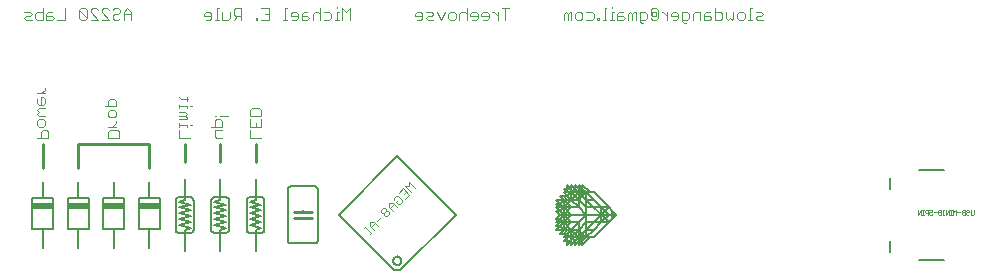
<source format=gbo>
G75*
G70*
%OFA0B0*%
%FSLAX24Y24*%
%IPPOS*%
%LPD*%
%AMOC8*
5,1,8,0,0,1.08239X$1,22.5*
%
%ADD10C,0.0100*%
%ADD11C,0.0030*%
%ADD12C,0.0080*%
%ADD13C,0.0010*%
%ADD14C,0.0060*%
%ADD15C,0.0050*%
%ADD16R,0.0700X0.0200*%
D10*
X016335Y009843D02*
X016635Y009843D01*
X016935Y009843D01*
X016935Y010043D02*
X016635Y010043D01*
X016335Y010043D01*
X015061Y011714D02*
X015061Y012305D01*
X013880Y012305D02*
X013880Y011714D01*
X012698Y011714D02*
X012698Y012305D01*
X011517Y012305D02*
X011517Y011517D01*
X011517Y012305D02*
X009155Y012305D01*
X009155Y011517D01*
X007974Y011517D02*
X007974Y012305D01*
D11*
X007912Y012517D02*
X007912Y012702D01*
X007974Y012763D01*
X008098Y012763D01*
X008159Y012702D01*
X008159Y012517D01*
X007789Y012517D01*
X007851Y012885D02*
X007789Y012947D01*
X007789Y013070D01*
X007851Y013132D01*
X007974Y013132D01*
X008036Y013070D01*
X008036Y012947D01*
X007974Y012885D01*
X007851Y012885D01*
X007851Y013253D02*
X007789Y013315D01*
X007851Y013377D01*
X007789Y013438D01*
X007851Y013500D01*
X008036Y013500D01*
X007974Y013622D02*
X008036Y013683D01*
X008036Y013807D01*
X007974Y013868D01*
X007912Y013868D01*
X007912Y013622D01*
X007851Y013622D02*
X007974Y013622D01*
X007851Y013622D02*
X007789Y013683D01*
X007789Y013807D01*
X007789Y013990D02*
X008036Y013990D01*
X008036Y014113D02*
X008036Y014175D01*
X008036Y014113D02*
X007912Y013990D01*
X007851Y013253D02*
X008036Y013253D01*
X010028Y013560D02*
X010398Y013560D01*
X010398Y013745D01*
X010336Y013807D01*
X010213Y013807D01*
X010151Y013745D01*
X010151Y013560D01*
X010213Y013439D02*
X010336Y013439D01*
X010398Y013377D01*
X010398Y013254D01*
X010336Y013192D01*
X010213Y013192D01*
X010151Y013254D01*
X010151Y013377D01*
X010213Y013439D01*
X010398Y013070D02*
X010398Y013008D01*
X010275Y012885D01*
X010398Y012885D02*
X010151Y012885D01*
X010213Y012763D02*
X010460Y012763D01*
X010522Y012702D01*
X010522Y012517D01*
X010151Y012517D01*
X010151Y012702D01*
X010213Y012763D01*
X012513Y012763D02*
X012513Y012517D01*
X012884Y012517D01*
X012760Y012885D02*
X012760Y012947D01*
X012513Y012947D01*
X012513Y013008D02*
X012513Y012885D01*
X012513Y013130D02*
X012760Y013130D01*
X012760Y013192D01*
X012699Y013254D01*
X012760Y013316D01*
X012699Y013377D01*
X012513Y013377D01*
X012513Y013499D02*
X012513Y013622D01*
X012513Y013560D02*
X012760Y013560D01*
X012760Y013499D01*
X012884Y013560D02*
X012945Y013560D01*
X012760Y013744D02*
X012760Y013868D01*
X012822Y013806D02*
X012575Y013806D01*
X012513Y013868D01*
X012513Y013254D02*
X012699Y013254D01*
X012884Y012947D02*
X012945Y012947D01*
X013571Y012885D02*
X013941Y012885D01*
X013941Y013070D01*
X013880Y013132D01*
X013756Y013132D01*
X013695Y013070D01*
X013695Y012885D01*
X013695Y012763D02*
X013941Y012763D01*
X013941Y012517D02*
X013756Y012517D01*
X013695Y012578D01*
X013695Y012763D01*
X013695Y013253D02*
X013756Y013253D01*
X013880Y013253D02*
X014127Y013253D01*
X014876Y013253D02*
X014876Y013438D01*
X014937Y013500D01*
X015184Y013500D01*
X015246Y013438D01*
X015246Y013253D01*
X014876Y013253D01*
X014876Y013132D02*
X014876Y012885D01*
X015246Y012885D01*
X015246Y013132D01*
X015061Y013008D02*
X015061Y012885D01*
X014876Y012763D02*
X014876Y012517D01*
X015246Y012517D01*
X019494Y010337D02*
X019494Y010201D01*
X019631Y010064D01*
X019525Y010026D02*
X019491Y010061D01*
X019422Y010061D01*
X019354Y009992D01*
X019354Y009924D01*
X019388Y009890D01*
X019456Y009890D01*
X019525Y009958D01*
X019525Y010026D01*
X019422Y010061D02*
X019422Y010129D01*
X019388Y010163D01*
X019320Y010163D01*
X019251Y010095D01*
X019251Y010026D01*
X019285Y009992D01*
X019354Y009992D01*
X019248Y009887D02*
X019111Y009750D01*
X019040Y009678D02*
X018903Y009541D01*
X018869Y009576D02*
X019006Y009439D01*
X018934Y009367D02*
X018866Y009299D01*
X018900Y009333D02*
X018695Y009538D01*
X018729Y009572D02*
X018660Y009504D01*
X018869Y009576D02*
X018869Y009712D01*
X019006Y009712D01*
X019142Y009576D01*
X019528Y010166D02*
X019665Y010303D01*
X019631Y010337D02*
X019494Y010337D01*
X019631Y010337D02*
X019767Y010201D01*
X019805Y010306D02*
X019736Y010375D01*
X019805Y010443D01*
X019942Y010443D02*
X019942Y010375D01*
X019873Y010306D01*
X019805Y010306D01*
X019942Y010443D02*
X019805Y010580D01*
X019736Y010580D01*
X019668Y010512D01*
X019668Y010443D01*
X020047Y010481D02*
X020184Y010617D01*
X019979Y010823D01*
X019842Y010686D01*
X020013Y010652D02*
X020081Y010720D01*
X020050Y010894D02*
X020256Y010689D01*
X020392Y010826D02*
X020187Y011031D01*
X020187Y010894D01*
X020050Y010894D01*
X020440Y016454D02*
X020563Y016454D01*
X020625Y016515D01*
X020625Y016639D01*
X020563Y016700D01*
X020440Y016700D01*
X020378Y016639D01*
X020378Y016577D01*
X020625Y016577D01*
X020747Y016515D02*
X020808Y016577D01*
X020932Y016577D01*
X020993Y016639D01*
X020932Y016700D01*
X020747Y016700D01*
X020747Y016515D02*
X020808Y016454D01*
X020993Y016454D01*
X021238Y016454D02*
X021115Y016700D01*
X021362Y016700D02*
X021238Y016454D01*
X021483Y016515D02*
X021545Y016454D01*
X021668Y016454D01*
X021730Y016515D01*
X021730Y016639D01*
X021668Y016700D01*
X021545Y016700D01*
X021483Y016639D01*
X021483Y016515D01*
X021851Y016454D02*
X021851Y016639D01*
X021913Y016700D01*
X022037Y016700D01*
X022098Y016639D01*
X022220Y016639D02*
X022220Y016577D01*
X022467Y016577D01*
X022467Y016515D02*
X022467Y016639D01*
X022405Y016700D01*
X022281Y016700D01*
X022220Y016639D01*
X022281Y016454D02*
X022405Y016454D01*
X022467Y016515D01*
X022588Y016577D02*
X022835Y016577D01*
X022835Y016515D02*
X022835Y016639D01*
X022773Y016700D01*
X022650Y016700D01*
X022588Y016639D01*
X022588Y016577D01*
X022650Y016454D02*
X022773Y016454D01*
X022835Y016515D01*
X022957Y016700D02*
X023018Y016700D01*
X023142Y016577D01*
X023142Y016454D02*
X023142Y016700D01*
X023263Y016824D02*
X023510Y016824D01*
X023387Y016824D02*
X023387Y016454D01*
X022098Y016454D02*
X022098Y016824D01*
X025344Y016639D02*
X025344Y016454D01*
X025467Y016454D02*
X025467Y016639D01*
X025405Y016700D01*
X025344Y016639D01*
X025467Y016639D02*
X025529Y016700D01*
X025591Y016700D01*
X025591Y016454D01*
X025712Y016515D02*
X025774Y016454D01*
X025897Y016454D01*
X025959Y016515D01*
X025959Y016639D01*
X025897Y016700D01*
X025774Y016700D01*
X025712Y016639D01*
X025712Y016515D01*
X026080Y016454D02*
X026266Y016454D01*
X026327Y016515D01*
X026327Y016639D01*
X026266Y016700D01*
X026080Y016700D01*
X026450Y016515D02*
X026450Y016454D01*
X026511Y016454D01*
X026511Y016515D01*
X026450Y016515D01*
X026634Y016454D02*
X026757Y016454D01*
X026695Y016454D02*
X026695Y016824D01*
X026757Y016824D01*
X026941Y016824D02*
X026941Y016886D01*
X026941Y016700D02*
X026941Y016454D01*
X027003Y016454D02*
X026879Y016454D01*
X027124Y016454D02*
X027309Y016454D01*
X027371Y016515D01*
X027309Y016577D01*
X027124Y016577D01*
X027124Y016639D02*
X027124Y016454D01*
X027124Y016639D02*
X027186Y016700D01*
X027309Y016700D01*
X027492Y016639D02*
X027554Y016700D01*
X027616Y016639D01*
X027616Y016454D01*
X027739Y016454D02*
X027739Y016700D01*
X027677Y016700D01*
X027616Y016639D01*
X027492Y016639D02*
X027492Y016454D01*
X027861Y016454D02*
X028046Y016454D01*
X028107Y016515D01*
X028107Y016639D01*
X028046Y016700D01*
X027861Y016700D01*
X027861Y016392D01*
X027922Y016330D01*
X027984Y016330D01*
X028229Y016515D02*
X028291Y016454D01*
X028414Y016454D01*
X028476Y016515D01*
X028476Y016762D01*
X028414Y016824D01*
X028291Y016824D01*
X028229Y016762D01*
X028229Y016639D01*
X028291Y016577D01*
X028291Y016700D01*
X028414Y016700D01*
X028414Y016577D01*
X028291Y016577D01*
X028598Y016700D02*
X028659Y016700D01*
X028783Y016577D01*
X028904Y016577D02*
X029151Y016577D01*
X029151Y016515D02*
X029151Y016639D01*
X029089Y016700D01*
X028966Y016700D01*
X028904Y016639D01*
X028904Y016577D01*
X028966Y016454D02*
X029089Y016454D01*
X029151Y016515D01*
X029272Y016454D02*
X029458Y016454D01*
X029519Y016515D01*
X029519Y016639D01*
X029458Y016700D01*
X029272Y016700D01*
X029272Y016392D01*
X029334Y016330D01*
X029396Y016330D01*
X029641Y016454D02*
X029641Y016639D01*
X029702Y016700D01*
X029888Y016700D01*
X029888Y016454D01*
X030009Y016454D02*
X030009Y016639D01*
X030071Y016700D01*
X030194Y016700D01*
X030194Y016577D02*
X030009Y016577D01*
X030009Y016454D02*
X030194Y016454D01*
X030256Y016515D01*
X030194Y016577D01*
X030377Y016454D02*
X030563Y016454D01*
X030624Y016515D01*
X030624Y016639D01*
X030563Y016700D01*
X030377Y016700D01*
X030377Y016824D02*
X030377Y016454D01*
X030746Y016515D02*
X030746Y016700D01*
X030746Y016515D02*
X030807Y016454D01*
X030869Y016515D01*
X030931Y016454D01*
X030993Y016515D01*
X030993Y016700D01*
X031114Y016639D02*
X031176Y016700D01*
X031299Y016700D01*
X031361Y016639D01*
X031361Y016515D01*
X031299Y016454D01*
X031176Y016454D01*
X031114Y016515D01*
X031114Y016639D01*
X031483Y016454D02*
X031606Y016454D01*
X031545Y016454D02*
X031545Y016824D01*
X031606Y016824D01*
X031728Y016700D02*
X031913Y016700D01*
X031975Y016639D01*
X031913Y016577D01*
X031790Y016577D01*
X031728Y016515D01*
X031790Y016454D01*
X031975Y016454D01*
X028783Y016454D02*
X028783Y016700D01*
X027003Y016700D02*
X026941Y016700D01*
X018195Y016824D02*
X018195Y016454D01*
X017948Y016454D02*
X017948Y016824D01*
X018072Y016700D01*
X018195Y016824D01*
X017827Y016700D02*
X017765Y016700D01*
X017765Y016454D01*
X017827Y016454D02*
X017703Y016454D01*
X017581Y016515D02*
X017520Y016454D01*
X017335Y016454D01*
X017213Y016454D02*
X017213Y016824D01*
X017151Y016700D02*
X017213Y016639D01*
X017151Y016700D02*
X017028Y016700D01*
X016966Y016639D01*
X016966Y016454D01*
X016845Y016515D02*
X016783Y016577D01*
X016598Y016577D01*
X016598Y016639D02*
X016598Y016454D01*
X016783Y016454D01*
X016845Y016515D01*
X016783Y016700D02*
X016660Y016700D01*
X016598Y016639D01*
X016476Y016639D02*
X016415Y016700D01*
X016291Y016700D01*
X016230Y016639D01*
X016230Y016577D01*
X016476Y016577D01*
X016476Y016515D02*
X016476Y016639D01*
X016476Y016515D02*
X016415Y016454D01*
X016291Y016454D01*
X016108Y016454D02*
X015985Y016454D01*
X016046Y016454D02*
X016046Y016824D01*
X016108Y016824D01*
X015494Y016824D02*
X015494Y016454D01*
X015247Y016454D01*
X015126Y016454D02*
X015126Y016515D01*
X015064Y016515D01*
X015064Y016454D01*
X015126Y016454D01*
X015371Y016639D02*
X015494Y016639D01*
X015494Y016824D02*
X015247Y016824D01*
X014573Y016824D02*
X014573Y016454D01*
X014573Y016577D02*
X014388Y016577D01*
X014327Y016639D01*
X014327Y016762D01*
X014388Y016824D01*
X014573Y016824D01*
X014450Y016577D02*
X014327Y016454D01*
X014205Y016515D02*
X014143Y016454D01*
X013958Y016454D01*
X013958Y016700D01*
X013837Y016824D02*
X013775Y016824D01*
X013775Y016454D01*
X013837Y016454D02*
X013713Y016454D01*
X013591Y016515D02*
X013591Y016639D01*
X013530Y016700D01*
X013406Y016700D01*
X013344Y016639D01*
X013344Y016577D01*
X013591Y016577D01*
X013591Y016515D02*
X013530Y016454D01*
X013406Y016454D01*
X014205Y016515D02*
X014205Y016700D01*
X017335Y016700D02*
X017520Y016700D01*
X017581Y016639D01*
X017581Y016515D01*
X017765Y016824D02*
X017765Y016886D01*
X010912Y016700D02*
X010912Y016454D01*
X010912Y016639D02*
X010665Y016639D01*
X010665Y016700D02*
X010665Y016454D01*
X010543Y016515D02*
X010482Y016454D01*
X010358Y016454D01*
X010297Y016515D01*
X010297Y016577D01*
X010358Y016639D01*
X010482Y016639D01*
X010543Y016700D01*
X010543Y016762D01*
X010482Y016824D01*
X010358Y016824D01*
X010297Y016762D01*
X010175Y016762D02*
X010113Y016824D01*
X009990Y016824D01*
X009928Y016762D01*
X009928Y016700D01*
X010175Y016454D01*
X009928Y016454D01*
X009807Y016454D02*
X009560Y016700D01*
X009560Y016762D01*
X009622Y016824D01*
X009745Y016824D01*
X009807Y016762D01*
X009439Y016762D02*
X009439Y016515D01*
X009192Y016762D01*
X009253Y016824D01*
X009377Y016824D01*
X009439Y016762D01*
X009439Y016515D02*
X009377Y016454D01*
X009253Y016454D01*
X009192Y016515D01*
X009192Y016762D01*
X009560Y016454D02*
X009807Y016454D01*
X010665Y016700D02*
X010788Y016824D01*
X010912Y016700D01*
X008702Y016824D02*
X008702Y016454D01*
X008455Y016454D01*
X008334Y016515D02*
X008272Y016577D01*
X008087Y016577D01*
X008087Y016639D02*
X008087Y016454D01*
X008272Y016454D01*
X008334Y016515D01*
X008272Y016700D02*
X008148Y016700D01*
X008087Y016639D01*
X007965Y016700D02*
X007780Y016700D01*
X007718Y016639D01*
X007718Y016515D01*
X007780Y016454D01*
X007965Y016454D01*
X007965Y016824D01*
X007597Y016639D02*
X007535Y016577D01*
X007412Y016577D01*
X007350Y016515D01*
X007412Y016454D01*
X007597Y016454D01*
X007597Y016639D02*
X007535Y016700D01*
X007350Y016700D01*
D12*
X036202Y011163D02*
X036202Y010809D01*
X037187Y011439D02*
X038013Y011439D01*
X036202Y009076D02*
X036202Y008722D01*
X037187Y008446D02*
X038013Y008446D01*
D13*
X038014Y009948D02*
X037964Y009948D01*
X037989Y009948D02*
X037989Y010098D01*
X038014Y010098D02*
X037964Y010098D01*
X037916Y010098D02*
X037841Y010098D01*
X037816Y010073D01*
X037816Y010048D01*
X037841Y010023D01*
X037916Y010023D01*
X037916Y009948D02*
X037916Y010098D01*
X037841Y010023D02*
X037816Y009998D01*
X037816Y009973D01*
X037841Y009948D01*
X037916Y009948D01*
X038062Y009948D02*
X038062Y010098D01*
X038162Y010098D02*
X038062Y009948D01*
X038162Y009948D02*
X038162Y010098D01*
X038210Y010098D02*
X038260Y010098D01*
X038235Y010098D02*
X038235Y009948D01*
X038260Y009948D02*
X038210Y009948D01*
X038307Y009948D02*
X038307Y010098D01*
X038357Y010048D01*
X038407Y010098D01*
X038407Y009948D01*
X038455Y010023D02*
X038555Y010023D01*
X038602Y010048D02*
X038627Y010023D01*
X038702Y010023D01*
X038749Y009998D02*
X038749Y009973D01*
X038774Y009948D01*
X038824Y009948D01*
X038849Y009973D01*
X038896Y009973D02*
X038896Y010098D01*
X038849Y010073D02*
X038849Y010048D01*
X038824Y010023D01*
X038774Y010023D01*
X038749Y009998D01*
X038702Y009948D02*
X038627Y009948D01*
X038602Y009973D01*
X038602Y009998D01*
X038627Y010023D01*
X038602Y010048D02*
X038602Y010073D01*
X038627Y010098D01*
X038702Y010098D01*
X038702Y009948D01*
X038749Y010073D02*
X038774Y010098D01*
X038824Y010098D01*
X038849Y010073D01*
X038896Y009973D02*
X038922Y009948D01*
X038972Y009948D01*
X038997Y009973D01*
X038997Y010098D01*
X037769Y010023D02*
X037669Y010023D01*
X037622Y010023D02*
X037571Y010048D01*
X037546Y010048D01*
X037521Y010023D01*
X037521Y009973D01*
X037546Y009948D01*
X037597Y009948D01*
X037622Y009973D01*
X037622Y010023D02*
X037622Y010098D01*
X037521Y010098D01*
X037474Y010098D02*
X037399Y010098D01*
X037374Y010073D01*
X037374Y010023D01*
X037399Y009998D01*
X037474Y009998D01*
X037474Y009948D02*
X037474Y010098D01*
X037327Y010098D02*
X037277Y010098D01*
X037302Y010098D02*
X037302Y009948D01*
X037327Y009948D02*
X037277Y009948D01*
X037229Y009948D02*
X037229Y010098D01*
X037129Y009948D01*
X037129Y010098D01*
D14*
X021737Y009943D02*
X019884Y008090D01*
X019686Y008090D01*
X017834Y009943D01*
X019785Y011894D01*
X021737Y009943D01*
X019644Y008415D02*
X019646Y008438D01*
X019652Y008461D01*
X019661Y008482D01*
X019674Y008502D01*
X019690Y008519D01*
X019708Y008533D01*
X019728Y008544D01*
X019750Y008552D01*
X019773Y008556D01*
X019797Y008556D01*
X019820Y008552D01*
X019842Y008544D01*
X019862Y008533D01*
X019880Y008519D01*
X019896Y008502D01*
X019909Y008482D01*
X019918Y008461D01*
X019924Y008438D01*
X019926Y008415D01*
X019924Y008392D01*
X019918Y008369D01*
X019909Y008348D01*
X019896Y008328D01*
X019880Y008311D01*
X019862Y008297D01*
X019842Y008286D01*
X019820Y008278D01*
X019797Y008274D01*
X019773Y008274D01*
X019750Y008278D01*
X019728Y008286D01*
X019708Y008297D01*
X019690Y008311D01*
X019674Y008328D01*
X019661Y008348D01*
X019652Y008369D01*
X019646Y008392D01*
X019644Y008415D01*
X017135Y009093D02*
X017135Y010793D01*
X017133Y010810D01*
X017129Y010827D01*
X017122Y010843D01*
X017112Y010857D01*
X017099Y010870D01*
X017085Y010880D01*
X017069Y010887D01*
X017052Y010891D01*
X017035Y010893D01*
X016235Y010893D01*
X016218Y010891D01*
X016201Y010887D01*
X016185Y010880D01*
X016171Y010870D01*
X016158Y010857D01*
X016148Y010843D01*
X016141Y010827D01*
X016137Y010810D01*
X016135Y010793D01*
X016135Y009093D01*
X016137Y009076D01*
X016141Y009059D01*
X016148Y009043D01*
X016158Y009029D01*
X016171Y009016D01*
X016185Y009006D01*
X016201Y008999D01*
X016218Y008995D01*
X016235Y008993D01*
X017035Y008993D01*
X017052Y008995D01*
X017069Y008999D01*
X017085Y009006D01*
X017099Y009016D01*
X017112Y009029D01*
X017122Y009043D01*
X017129Y009059D01*
X017133Y009076D01*
X017135Y009093D01*
X016635Y009793D02*
X016635Y009843D01*
X016635Y010043D02*
X016635Y010093D01*
X011867Y010496D02*
X011867Y009488D01*
X011517Y009488D01*
X011167Y009488D01*
X011167Y010496D01*
X011517Y010496D01*
X011867Y010496D01*
X011517Y010496D02*
X011517Y011043D01*
X010686Y010496D02*
X010336Y010496D01*
X009986Y010496D01*
X009986Y009488D01*
X010336Y009488D01*
X010686Y009488D01*
X010686Y010496D01*
X010336Y010496D02*
X010336Y011043D01*
X009505Y010496D02*
X009155Y010496D01*
X008805Y010496D01*
X008805Y009488D01*
X009155Y009488D01*
X009505Y009488D01*
X009505Y010496D01*
X009155Y010496D02*
X009155Y011043D01*
X008324Y010496D02*
X007974Y010496D01*
X007624Y010496D01*
X007624Y009488D01*
X007974Y009488D01*
X008324Y009488D01*
X008324Y010496D01*
X007974Y010496D02*
X007974Y011043D01*
X007974Y009488D02*
X007974Y008843D01*
X009155Y008843D02*
X009155Y009488D01*
X010336Y009488D02*
X010336Y008843D01*
X011517Y008843D02*
X011517Y009488D01*
D15*
X012698Y009450D02*
X012698Y008754D01*
X012503Y009352D02*
X012894Y009352D01*
X012911Y009354D01*
X012928Y009358D01*
X012944Y009365D01*
X012958Y009375D01*
X012971Y009388D01*
X012981Y009402D01*
X012988Y009418D01*
X012992Y009435D01*
X012994Y009452D01*
X012994Y010433D01*
X012992Y010450D01*
X012988Y010467D01*
X012981Y010483D01*
X012971Y010497D01*
X012958Y010510D01*
X012944Y010520D01*
X012928Y010527D01*
X012911Y010531D01*
X012894Y010533D01*
X012503Y010533D01*
X012486Y010531D01*
X012469Y010527D01*
X012453Y010520D01*
X012439Y010510D01*
X012426Y010497D01*
X012416Y010483D01*
X012409Y010467D01*
X012405Y010450D01*
X012403Y010433D01*
X012403Y009452D01*
X012405Y009435D01*
X012409Y009418D01*
X012416Y009402D01*
X012426Y009388D01*
X012439Y009375D01*
X012453Y009365D01*
X012469Y009358D01*
X012486Y009354D01*
X012503Y009352D01*
X012698Y009450D02*
X012895Y009500D01*
X012502Y009598D01*
X012895Y009696D01*
X012502Y009795D01*
X012895Y009893D01*
X012502Y009992D01*
X012895Y010090D01*
X012502Y010189D01*
X012895Y010287D01*
X012502Y010385D01*
X012698Y010435D01*
X012698Y011131D01*
X013684Y010533D02*
X014075Y010533D01*
X014092Y010531D01*
X014109Y010527D01*
X014125Y010520D01*
X014139Y010510D01*
X014152Y010497D01*
X014162Y010483D01*
X014169Y010467D01*
X014173Y010450D01*
X014175Y010433D01*
X014175Y009452D01*
X014173Y009435D01*
X014169Y009418D01*
X014162Y009402D01*
X014152Y009388D01*
X014139Y009375D01*
X014125Y009365D01*
X014109Y009358D01*
X014092Y009354D01*
X014075Y009352D01*
X013684Y009352D01*
X013667Y009354D01*
X013650Y009358D01*
X013634Y009365D01*
X013620Y009375D01*
X013607Y009388D01*
X013597Y009402D01*
X013590Y009418D01*
X013586Y009435D01*
X013584Y009452D01*
X013584Y010433D01*
X013586Y010450D01*
X013590Y010467D01*
X013597Y010483D01*
X013607Y010497D01*
X013620Y010510D01*
X013634Y010520D01*
X013650Y010527D01*
X013667Y010531D01*
X013684Y010533D01*
X013683Y010385D02*
X013880Y010435D01*
X013880Y011131D01*
X014865Y010533D02*
X015256Y010533D01*
X015273Y010531D01*
X015290Y010527D01*
X015306Y010520D01*
X015320Y010510D01*
X015333Y010497D01*
X015343Y010483D01*
X015350Y010467D01*
X015354Y010450D01*
X015356Y010433D01*
X015356Y009452D01*
X015354Y009435D01*
X015350Y009418D01*
X015343Y009402D01*
X015333Y009388D01*
X015320Y009375D01*
X015306Y009365D01*
X015290Y009358D01*
X015273Y009354D01*
X015256Y009352D01*
X014865Y009352D01*
X014848Y009354D01*
X014831Y009358D01*
X014815Y009365D01*
X014801Y009375D01*
X014788Y009388D01*
X014778Y009402D01*
X014771Y009418D01*
X014767Y009435D01*
X014765Y009452D01*
X014765Y010433D01*
X014767Y010450D01*
X014771Y010467D01*
X014778Y010483D01*
X014788Y010497D01*
X014801Y010510D01*
X014815Y010520D01*
X014831Y010527D01*
X014848Y010531D01*
X014865Y010533D01*
X014864Y010385D02*
X015061Y010435D01*
X015061Y011131D01*
X014864Y010385D02*
X015257Y010287D01*
X014864Y010189D01*
X015257Y010090D01*
X014864Y009992D01*
X015257Y009893D01*
X014864Y009795D01*
X015257Y009696D01*
X014864Y009598D01*
X015257Y009500D01*
X015061Y009450D01*
X015061Y008754D01*
X013880Y008754D02*
X013880Y009450D01*
X014076Y009500D01*
X013683Y009598D01*
X014076Y009696D01*
X013683Y009795D01*
X014076Y009893D01*
X013683Y009992D01*
X014076Y010090D01*
X013683Y010189D01*
X014076Y010287D01*
X013683Y010385D01*
X025084Y010443D02*
X025334Y010443D01*
X025209Y010568D01*
X025334Y010568D01*
X025459Y010443D01*
X025334Y010443D01*
X025209Y010318D01*
X025084Y010318D01*
X025209Y010193D01*
X025084Y010193D01*
X025209Y010068D01*
X025334Y010193D01*
X025334Y009693D01*
X025584Y009443D01*
X025959Y009068D01*
X025959Y009318D01*
X026084Y009443D01*
X026334Y009443D01*
X026084Y009193D01*
X025834Y009193D01*
X025584Y009193D01*
X025709Y009068D01*
X025709Y008943D01*
X025834Y009068D01*
X025834Y008943D01*
X025959Y009068D01*
X025959Y008943D01*
X026209Y009193D01*
X026334Y009193D01*
X026834Y009693D01*
X026084Y009693D01*
X026084Y009443D01*
X026834Y010193D01*
X026584Y010193D01*
X026084Y010193D01*
X026084Y010443D01*
X026334Y010443D01*
X026084Y010693D01*
X025834Y010693D01*
X025584Y010693D01*
X025459Y010568D01*
X025334Y010568D01*
X025459Y010568D02*
X025334Y010693D01*
X025459Y010693D01*
X025334Y010818D01*
X025459Y010818D01*
X025459Y010943D01*
X025584Y010818D01*
X025459Y010818D01*
X025459Y010693D01*
X025584Y010693D01*
X025709Y010818D01*
X025709Y010943D01*
X025834Y010818D01*
X025834Y010943D01*
X025959Y010818D01*
X025584Y010443D01*
X025334Y010193D01*
X025334Y010443D01*
X025584Y010193D01*
X025334Y009943D01*
X025584Y009693D01*
X025334Y009443D01*
X025209Y009318D01*
X025334Y009318D01*
X025459Y009318D01*
X025584Y009193D01*
X025584Y009443D01*
X025834Y009443D01*
X026084Y009693D01*
X026084Y009943D01*
X026084Y010193D01*
X025834Y010443D01*
X025584Y010443D01*
X025584Y010693D01*
X025584Y010818D01*
X025584Y010943D01*
X025709Y010818D01*
X025834Y010693D01*
X025959Y010568D01*
X025959Y010818D01*
X025959Y010943D01*
X026209Y010693D01*
X026334Y010693D01*
X026834Y010193D01*
X026959Y010068D01*
X026959Y009818D01*
X026834Y009693D01*
X026084Y010443D01*
X025959Y010568D01*
X026084Y010693D01*
X026084Y010443D01*
X025959Y010568D02*
X025834Y010443D01*
X025584Y010693D01*
X025459Y010568D02*
X025584Y010443D01*
X025459Y010443D01*
X025584Y010443D02*
X025834Y010193D01*
X025834Y010443D01*
X025834Y010693D01*
X025834Y010818D01*
X025959Y010818D02*
X026084Y010693D01*
X026209Y010693D01*
X026334Y010443D02*
X026584Y010193D01*
X026584Y009693D01*
X026334Y009443D01*
X026084Y009443D02*
X026084Y009193D01*
X026209Y009193D01*
X026084Y009193D02*
X025959Y009318D01*
X025834Y009193D01*
X025709Y009068D01*
X025584Y008943D01*
X025584Y009068D01*
X025459Y008943D01*
X025459Y009068D01*
X025334Y009068D01*
X025459Y009193D01*
X025459Y009068D01*
X025584Y009068D01*
X025584Y009193D01*
X025459Y009193D01*
X025334Y009193D01*
X025459Y009318D01*
X025584Y009443D01*
X025459Y009443D01*
X025334Y009318D01*
X025334Y009443D02*
X025084Y009443D01*
X025209Y009568D01*
X025084Y009568D01*
X025209Y009693D01*
X025334Y009693D01*
X025334Y009443D01*
X025209Y009568D01*
X025334Y009693D01*
X025209Y009818D01*
X025084Y009818D01*
X025209Y009943D01*
X025334Y009943D01*
X025584Y009943D01*
X025334Y010193D01*
X025209Y010193D01*
X025334Y010193D02*
X025209Y010318D01*
X025084Y010443D01*
X025334Y010193D02*
X025584Y010193D01*
X025834Y010193D01*
X026084Y009943D01*
X025834Y009693D01*
X025834Y009443D01*
X025959Y009318D01*
X025834Y009443D02*
X025584Y009193D01*
X025834Y009193D02*
X025834Y009068D01*
X025834Y009193D02*
X025834Y009443D01*
X025834Y009693D02*
X025584Y009443D01*
X025459Y009443D02*
X025334Y009443D01*
X025334Y009693D02*
X025584Y009693D01*
X025834Y009693D01*
X025584Y009943D02*
X025334Y009693D01*
X025209Y009693D02*
X025084Y009693D01*
X025209Y009818D01*
X025334Y009943D01*
X025209Y010068D01*
X025084Y010068D01*
X025209Y009943D01*
X025584Y009943D02*
X026084Y009943D01*
X026834Y009943D01*
X026584Y010193D01*
X026834Y009943D02*
X026584Y009693D01*
X026834Y009943D02*
X027084Y009943D01*
X026959Y009818D01*
X027084Y009943D02*
X026959Y010068D01*
X026084Y009193D02*
X025959Y009068D01*
D16*
X011517Y010244D03*
X010336Y010244D03*
X009155Y010244D03*
X007974Y010244D03*
M02*

</source>
